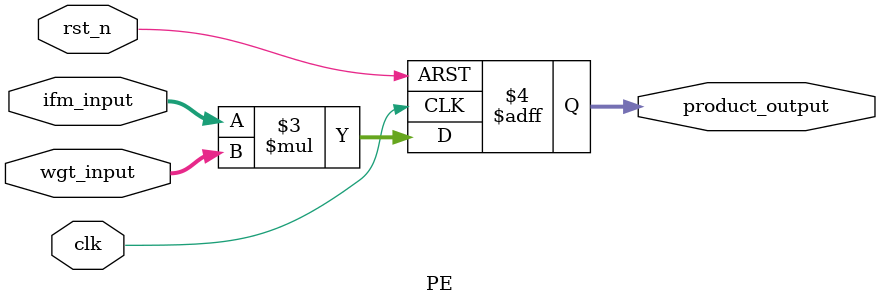
<source format=sv>
`timescale 1ns / 1ps


module PE  #(parameter          INPUT_IFM_WIDTH         = 8,                // Input feature map 
                                INPUT_WGT_WIDTH         = 8,                // Input weight width
                                OUTPUT_WIDTH            = 16                // Output width
            )
            (input wire                                 clk,                // Input clock
             input wire                                 rst_n,              // Input inactive reset 
             input wire signed  [INPUT_IFM_WIDTH-1:0]   ifm_input,          // Input feature map
             input wire signed  [INPUT_WGT_WIDTH-1:0]   wgt_input,          // Input weight 
             output reg signed  [OUTPUT_WIDTH-1:0]      product_output      // Output partial product
            );
    
    // Flip flop calculate partial product (if clk signal) 
    //        or reset output to 0         (if rst_n signal)
    always_ff @(posedge clk or negedge rst_n) 
    begin
        if (~rst_n) 
        begin
            product_output <= 'bx;
        end 
        else 
        begin
            product_output <= ifm_input * wgt_input;
        end
    end
    
endmodule
</source>
